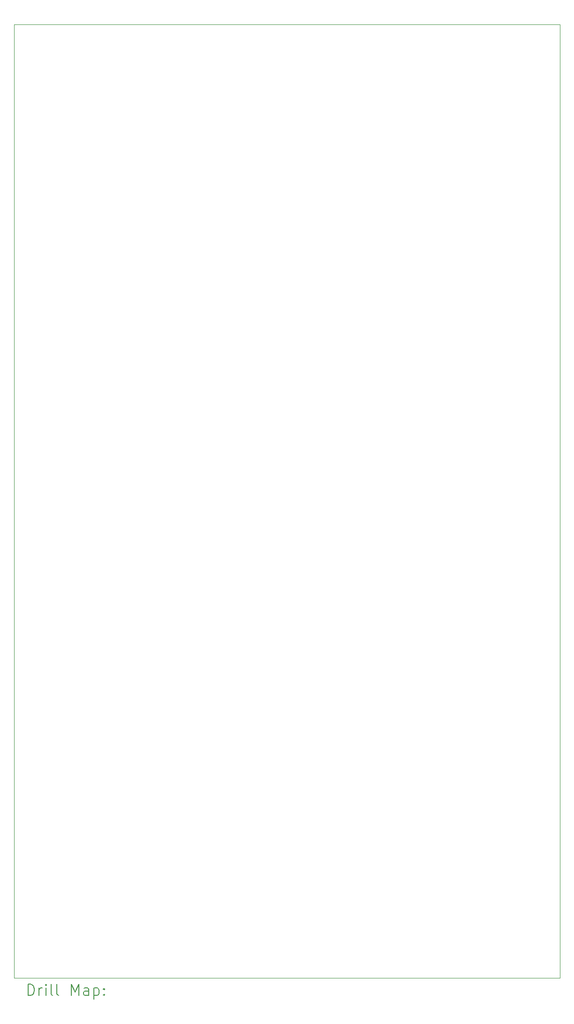
<source format=gbr>
%FSLAX45Y45*%
G04 Gerber Fmt 4.5, Leading zero omitted, Abs format (unit mm)*
G04 Created by KiCad (PCBNEW (6.0.6)) date 2022-10-07 01:33:58*
%MOMM*%
%LPD*%
G01*
G04 APERTURE LIST*
%TA.AperFunction,Profile*%
%ADD10C,0.100000*%
%TD*%
%ADD11C,0.200000*%
G04 APERTURE END LIST*
D10*
X41225000Y-18675000D02*
X31375000Y-18675000D01*
X31375000Y-18675000D02*
X31375000Y-1500000D01*
X31375000Y-1500000D02*
X41225000Y-1500000D01*
X41225000Y-1500000D02*
X41225000Y-18675000D01*
D11*
X31627619Y-18990476D02*
X31627619Y-18790476D01*
X31675238Y-18790476D01*
X31703809Y-18800000D01*
X31722857Y-18819048D01*
X31732381Y-18838095D01*
X31741905Y-18876190D01*
X31741905Y-18904762D01*
X31732381Y-18942857D01*
X31722857Y-18961905D01*
X31703809Y-18980952D01*
X31675238Y-18990476D01*
X31627619Y-18990476D01*
X31827619Y-18990476D02*
X31827619Y-18857143D01*
X31827619Y-18895238D02*
X31837143Y-18876190D01*
X31846667Y-18866667D01*
X31865714Y-18857143D01*
X31884762Y-18857143D01*
X31951428Y-18990476D02*
X31951428Y-18857143D01*
X31951428Y-18790476D02*
X31941905Y-18800000D01*
X31951428Y-18809524D01*
X31960952Y-18800000D01*
X31951428Y-18790476D01*
X31951428Y-18809524D01*
X32075238Y-18990476D02*
X32056190Y-18980952D01*
X32046667Y-18961905D01*
X32046667Y-18790476D01*
X32180000Y-18990476D02*
X32160952Y-18980952D01*
X32151428Y-18961905D01*
X32151428Y-18790476D01*
X32408571Y-18990476D02*
X32408571Y-18790476D01*
X32475238Y-18933333D01*
X32541905Y-18790476D01*
X32541905Y-18990476D01*
X32722857Y-18990476D02*
X32722857Y-18885714D01*
X32713333Y-18866667D01*
X32694286Y-18857143D01*
X32656190Y-18857143D01*
X32637143Y-18866667D01*
X32722857Y-18980952D02*
X32703809Y-18990476D01*
X32656190Y-18990476D01*
X32637143Y-18980952D01*
X32627619Y-18961905D01*
X32627619Y-18942857D01*
X32637143Y-18923810D01*
X32656190Y-18914286D01*
X32703809Y-18914286D01*
X32722857Y-18904762D01*
X32818095Y-18857143D02*
X32818095Y-19057143D01*
X32818095Y-18866667D02*
X32837143Y-18857143D01*
X32875238Y-18857143D01*
X32894286Y-18866667D01*
X32903809Y-18876190D01*
X32913333Y-18895238D01*
X32913333Y-18952381D01*
X32903809Y-18971429D01*
X32894286Y-18980952D01*
X32875238Y-18990476D01*
X32837143Y-18990476D01*
X32818095Y-18980952D01*
X32999048Y-18971429D02*
X33008571Y-18980952D01*
X32999048Y-18990476D01*
X32989524Y-18980952D01*
X32999048Y-18971429D01*
X32999048Y-18990476D01*
X32999048Y-18866667D02*
X33008571Y-18876190D01*
X32999048Y-18885714D01*
X32989524Y-18876190D01*
X32999048Y-18866667D01*
X32999048Y-18885714D01*
M02*

</source>
